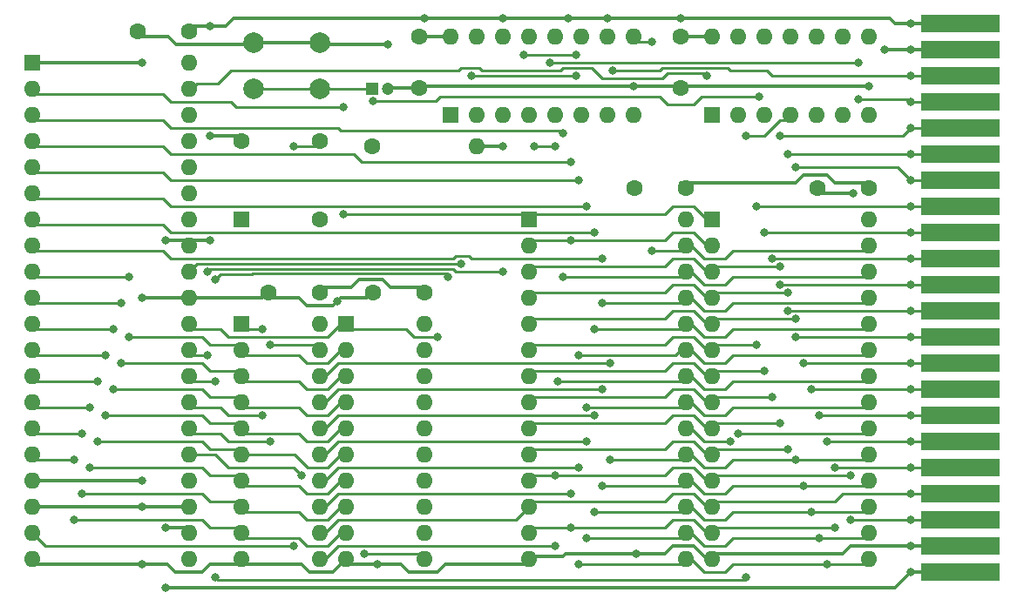
<source format=gbr>
G04 #@! TF.GenerationSoftware,KiCad,Pcbnew,(5.1.8)-1*
G04 #@! TF.CreationDate,2024-04-11T16:50:12-06:00*
G04 #@! TF.ProjectId,Simple_8088,53696d70-6c65-45f3-9830-38382e6b6963,rev?*
G04 #@! TF.SameCoordinates,Original*
G04 #@! TF.FileFunction,Copper,L1,Top*
G04 #@! TF.FilePolarity,Positive*
%FSLAX46Y46*%
G04 Gerber Fmt 4.6, Leading zero omitted, Abs format (unit mm)*
G04 Created by KiCad (PCBNEW (5.1.8)-1) date 2024-04-11 16:50:12*
%MOMM*%
%LPD*%
G01*
G04 APERTURE LIST*
G04 #@! TA.AperFunction,ConnectorPad*
%ADD10R,7.620000X1.780000*%
G04 #@! TD*
G04 #@! TA.AperFunction,ComponentPad*
%ADD11O,1.600000X1.600000*%
G04 #@! TD*
G04 #@! TA.AperFunction,ComponentPad*
%ADD12C,1.600000*%
G04 #@! TD*
G04 #@! TA.AperFunction,ComponentPad*
%ADD13C,2.000000*%
G04 #@! TD*
G04 #@! TA.AperFunction,ComponentPad*
%ADD14C,1.200000*%
G04 #@! TD*
G04 #@! TA.AperFunction,ComponentPad*
%ADD15R,1.200000X1.200000*%
G04 #@! TD*
G04 #@! TA.AperFunction,ComponentPad*
%ADD16R,1.600000X1.600000*%
G04 #@! TD*
G04 #@! TA.AperFunction,ViaPad*
%ADD17C,0.800000*%
G04 #@! TD*
G04 #@! TA.AperFunction,Conductor*
%ADD18C,0.330200*%
G04 #@! TD*
G04 #@! TA.AperFunction,Conductor*
%ADD19C,0.250000*%
G04 #@! TD*
G04 APERTURE END LIST*
D10*
G04 #@! TO.P,J1,44*
G04 #@! TO.N,/5+*
X194310000Y-85090000D03*
G04 #@! TO.P,J1,43*
G04 #@! TO.N,/GND*
X194310000Y-87630000D03*
G04 #@! TO.P,J1,42*
G04 #@! TO.N,/IORD*
X194310000Y-90170000D03*
G04 #@! TO.P,J1,41*
G04 #@! TO.N,/IOWR*
X194310000Y-92710000D03*
G04 #@! TO.P,J1,26*
G04 #@! TO.N,/D1*
X194310000Y-130810000D03*
G04 #@! TO.P,J1,27*
G04 #@! TO.N,/D2*
X194310000Y-128270000D03*
G04 #@! TO.P,J1,28*
G04 #@! TO.N,/D3*
X194310000Y-125730000D03*
G04 #@! TO.P,J1,29*
G04 #@! TO.N,/D4*
X194310000Y-123190000D03*
G04 #@! TO.P,J1,30*
G04 #@! TO.N,/D5*
X194310000Y-120650000D03*
G04 #@! TO.P,J1,31*
G04 #@! TO.N,/D6*
X194310000Y-118110000D03*
G04 #@! TO.P,J1,32*
G04 #@! TO.N,/D7*
X194310000Y-115570000D03*
G04 #@! TO.P,J1,33*
G04 #@! TO.N,/A0*
X194310000Y-113030000D03*
G04 #@! TO.P,J1,34*
G04 #@! TO.N,/A1*
X194310000Y-110490000D03*
G04 #@! TO.P,J1,35*
G04 #@! TO.N,/A2*
X194310000Y-107950000D03*
G04 #@! TO.P,J1,36*
G04 #@! TO.N,/A3*
X194310000Y-105410000D03*
G04 #@! TO.P,J1,37*
G04 #@! TO.N,/A4*
X194310000Y-102870000D03*
G04 #@! TO.P,J1,38*
G04 #@! TO.N,/A5*
X194310000Y-100330000D03*
G04 #@! TO.P,J1,39*
G04 #@! TO.N,/A6*
X194310000Y-97790000D03*
G04 #@! TO.P,J1,40*
G04 #@! TO.N,/A7*
X194310000Y-95250000D03*
G04 #@! TO.P,J1,25*
G04 #@! TO.N,/D0*
X194310000Y-133350000D03*
G04 #@! TO.P,J1,24*
G04 #@! TO.N,/GND*
X194310000Y-135890000D03*
G04 #@! TO.P,J1,23*
G04 #@! TO.N,/5+*
X194310000Y-138430000D03*
G04 #@! TD*
D11*
G04 #@! TO.P,R1,2*
G04 #@! TO.N,/5+*
X147320000Y-97028000D03*
D12*
G04 #@! TO.P,R1,1*
G04 #@! TO.N,/RESET*
X137160000Y-97028000D03*
G04 #@! TD*
D13*
G04 #@! TO.P,SW1,1*
G04 #@! TO.N,/GND*
X132080000Y-86940000D03*
G04 #@! TO.P,SW1,2*
G04 #@! TO.N,/RESET*
X132080000Y-91440000D03*
G04 #@! TO.P,SW1,1*
G04 #@! TO.N,/GND*
X125580000Y-86940000D03*
G04 #@! TO.P,SW1,2*
G04 #@! TO.N,/RESET*
X125580000Y-91440000D03*
G04 #@! TD*
D14*
G04 #@! TO.P,C8,2*
G04 #@! TO.N,/GND*
X138660000Y-91440000D03*
D15*
G04 #@! TO.P,C8,1*
G04 #@! TO.N,/RESET*
X137160000Y-91440000D03*
G04 #@! TD*
D12*
G04 #@! TO.P,C2,2*
G04 #@! TO.N,/5+*
X141732000Y-86360000D03*
G04 #@! TO.P,C2,1*
G04 #@! TO.N,/GND*
X141732000Y-91360000D03*
G04 #@! TD*
G04 #@! TO.P,X1,4*
G04 #@! TO.N,/GND*
X132080000Y-104140000D03*
G04 #@! TO.P,X1,5*
G04 #@! TO.N,/CLK*
X132080000Y-96520000D03*
G04 #@! TO.P,X1,8*
G04 #@! TO.N,/5+*
X124460000Y-96520000D03*
D16*
G04 #@! TO.P,X1,1*
G04 #@! TO.N,Net-(X1-Pad1)*
X124460000Y-104140000D03*
G04 #@! TD*
D11*
G04 #@! TO.P,U5,14*
G04 #@! TO.N,/5+*
X170180000Y-86360000D03*
G04 #@! TO.P,U5,7*
G04 #@! TO.N,/GND*
X185420000Y-93980000D03*
G04 #@! TO.P,U5,13*
G04 #@! TO.N,N/C*
X172720000Y-86360000D03*
G04 #@! TO.P,U5,6*
X182880000Y-93980000D03*
G04 #@! TO.P,U5,12*
X175260000Y-86360000D03*
G04 #@! TO.P,U5,5*
X180340000Y-93980000D03*
G04 #@! TO.P,U5,11*
X177800000Y-86360000D03*
G04 #@! TO.P,U5,4*
G04 #@! TO.N,/RESET_*
X177800000Y-93980000D03*
G04 #@! TO.P,U5,10*
G04 #@! TO.N,N/C*
X180340000Y-86360000D03*
G04 #@! TO.P,U5,3*
G04 #@! TO.N,/RESET*
X175260000Y-93980000D03*
G04 #@! TO.P,U5,9*
G04 #@! TO.N,N/C*
X182880000Y-86360000D03*
G04 #@! TO.P,U5,2*
G04 #@! TO.N,/A15_*
X172720000Y-93980000D03*
G04 #@! TO.P,U5,8*
G04 #@! TO.N,N/C*
X185420000Y-86360000D03*
D16*
G04 #@! TO.P,U5,1*
G04 #@! TO.N,/A15*
X170180000Y-93980000D03*
G04 #@! TD*
D11*
G04 #@! TO.P,U7,28*
G04 #@! TO.N,/5+*
X185420000Y-104140000D03*
G04 #@! TO.P,U7,14*
G04 #@! TO.N,/GND*
X170180000Y-137160000D03*
G04 #@! TO.P,U7,27*
G04 #@! TO.N,/MWR*
X185420000Y-106680000D03*
G04 #@! TO.P,U7,13*
G04 #@! TO.N,/D2*
X170180000Y-134620000D03*
G04 #@! TO.P,U7,26*
G04 #@! TO.N,/A13*
X185420000Y-109220000D03*
G04 #@! TO.P,U7,12*
G04 #@! TO.N,/D1*
X170180000Y-132080000D03*
G04 #@! TO.P,U7,25*
G04 #@! TO.N,/A8*
X185420000Y-111760000D03*
G04 #@! TO.P,U7,11*
G04 #@! TO.N,/D0*
X170180000Y-129540000D03*
G04 #@! TO.P,U7,24*
G04 #@! TO.N,/A9*
X185420000Y-114300000D03*
G04 #@! TO.P,U7,10*
G04 #@! TO.N,/A0*
X170180000Y-127000000D03*
G04 #@! TO.P,U7,23*
G04 #@! TO.N,/A11*
X185420000Y-116840000D03*
G04 #@! TO.P,U7,9*
G04 #@! TO.N,/A1*
X170180000Y-124460000D03*
G04 #@! TO.P,U7,22*
G04 #@! TO.N,/MRD*
X185420000Y-119380000D03*
G04 #@! TO.P,U7,8*
G04 #@! TO.N,/A2*
X170180000Y-121920000D03*
G04 #@! TO.P,U7,21*
G04 #@! TO.N,/A10*
X185420000Y-121920000D03*
G04 #@! TO.P,U7,7*
G04 #@! TO.N,/A3*
X170180000Y-119380000D03*
G04 #@! TO.P,U7,20*
G04 #@! TO.N,/A15_*
X185420000Y-124460000D03*
G04 #@! TO.P,U7,6*
G04 #@! TO.N,/A4*
X170180000Y-116840000D03*
G04 #@! TO.P,U7,19*
G04 #@! TO.N,/D7*
X185420000Y-127000000D03*
G04 #@! TO.P,U7,5*
G04 #@! TO.N,/A5*
X170180000Y-114300000D03*
G04 #@! TO.P,U7,18*
G04 #@! TO.N,/D6*
X185420000Y-129540000D03*
G04 #@! TO.P,U7,4*
G04 #@! TO.N,/A6*
X170180000Y-111760000D03*
G04 #@! TO.P,U7,17*
G04 #@! TO.N,/D5*
X185420000Y-132080000D03*
G04 #@! TO.P,U7,3*
G04 #@! TO.N,/A7*
X170180000Y-109220000D03*
G04 #@! TO.P,U7,16*
G04 #@! TO.N,/D4*
X185420000Y-134620000D03*
G04 #@! TO.P,U7,2*
G04 #@! TO.N,/A12*
X170180000Y-106680000D03*
G04 #@! TO.P,U7,15*
G04 #@! TO.N,/D3*
X185420000Y-137160000D03*
D16*
G04 #@! TO.P,U7,1*
G04 #@! TO.N,/A14*
X170180000Y-104140000D03*
G04 #@! TD*
D11*
G04 #@! TO.P,U6,28*
G04 #@! TO.N,/5+*
X167640000Y-104140000D03*
G04 #@! TO.P,U6,14*
G04 #@! TO.N,/GND*
X152400000Y-137160000D03*
G04 #@! TO.P,U6,27*
G04 #@! TO.N,/MWR*
X167640000Y-106680000D03*
G04 #@! TO.P,U6,13*
G04 #@! TO.N,/D2*
X152400000Y-134620000D03*
G04 #@! TO.P,U6,26*
G04 #@! TO.N,/A13*
X167640000Y-109220000D03*
G04 #@! TO.P,U6,12*
G04 #@! TO.N,/D1*
X152400000Y-132080000D03*
G04 #@! TO.P,U6,25*
G04 #@! TO.N,/A8*
X167640000Y-111760000D03*
G04 #@! TO.P,U6,11*
G04 #@! TO.N,/D0*
X152400000Y-129540000D03*
G04 #@! TO.P,U6,24*
G04 #@! TO.N,/A9*
X167640000Y-114300000D03*
G04 #@! TO.P,U6,10*
G04 #@! TO.N,/A0*
X152400000Y-127000000D03*
G04 #@! TO.P,U6,23*
G04 #@! TO.N,/A11*
X167640000Y-116840000D03*
G04 #@! TO.P,U6,9*
G04 #@! TO.N,/A1*
X152400000Y-124460000D03*
G04 #@! TO.P,U6,22*
G04 #@! TO.N,/MRD*
X167640000Y-119380000D03*
G04 #@! TO.P,U6,8*
G04 #@! TO.N,/A2*
X152400000Y-121920000D03*
G04 #@! TO.P,U6,21*
G04 #@! TO.N,/A10*
X167640000Y-121920000D03*
G04 #@! TO.P,U6,7*
G04 #@! TO.N,/A3*
X152400000Y-119380000D03*
G04 #@! TO.P,U6,20*
G04 #@! TO.N,/A15*
X167640000Y-124460000D03*
G04 #@! TO.P,U6,6*
G04 #@! TO.N,/A4*
X152400000Y-116840000D03*
G04 #@! TO.P,U6,19*
G04 #@! TO.N,/D7*
X167640000Y-127000000D03*
G04 #@! TO.P,U6,5*
G04 #@! TO.N,/A5*
X152400000Y-114300000D03*
G04 #@! TO.P,U6,18*
G04 #@! TO.N,/D6*
X167640000Y-129540000D03*
G04 #@! TO.P,U6,4*
G04 #@! TO.N,/A6*
X152400000Y-111760000D03*
G04 #@! TO.P,U6,17*
G04 #@! TO.N,/D5*
X167640000Y-132080000D03*
G04 #@! TO.P,U6,3*
G04 #@! TO.N,/A7*
X152400000Y-109220000D03*
G04 #@! TO.P,U6,16*
G04 #@! TO.N,/D4*
X167640000Y-134620000D03*
G04 #@! TO.P,U6,2*
G04 #@! TO.N,/A12*
X152400000Y-106680000D03*
G04 #@! TO.P,U6,15*
G04 #@! TO.N,/D3*
X167640000Y-137160000D03*
D16*
G04 #@! TO.P,U6,1*
G04 #@! TO.N,/A14*
X152400000Y-104140000D03*
G04 #@! TD*
D11*
G04 #@! TO.P,U4,20*
G04 #@! TO.N,/5+*
X132080000Y-114300000D03*
G04 #@! TO.P,U4,10*
G04 #@! TO.N,/GND*
X124460000Y-137160000D03*
G04 #@! TO.P,U4,19*
G04 #@! TO.N,/DEN*
X132080000Y-116840000D03*
G04 #@! TO.P,U4,9*
G04 #@! TO.N,/AD0*
X124460000Y-134620000D03*
G04 #@! TO.P,U4,18*
G04 #@! TO.N,/D7*
X132080000Y-119380000D03*
G04 #@! TO.P,U4,8*
G04 #@! TO.N,/AD1*
X124460000Y-132080000D03*
G04 #@! TO.P,U4,17*
G04 #@! TO.N,/D6*
X132080000Y-121920000D03*
G04 #@! TO.P,U4,7*
G04 #@! TO.N,/AD2*
X124460000Y-129540000D03*
G04 #@! TO.P,U4,16*
G04 #@! TO.N,/D5*
X132080000Y-124460000D03*
G04 #@! TO.P,U4,6*
G04 #@! TO.N,/AD3*
X124460000Y-127000000D03*
G04 #@! TO.P,U4,15*
G04 #@! TO.N,/D4*
X132080000Y-127000000D03*
G04 #@! TO.P,U4,5*
G04 #@! TO.N,/AD4*
X124460000Y-124460000D03*
G04 #@! TO.P,U4,14*
G04 #@! TO.N,/D3*
X132080000Y-129540000D03*
G04 #@! TO.P,U4,4*
G04 #@! TO.N,/AD5*
X124460000Y-121920000D03*
G04 #@! TO.P,U4,13*
G04 #@! TO.N,/D2*
X132080000Y-132080000D03*
G04 #@! TO.P,U4,3*
G04 #@! TO.N,/AD6*
X124460000Y-119380000D03*
G04 #@! TO.P,U4,12*
G04 #@! TO.N,/D1*
X132080000Y-134620000D03*
G04 #@! TO.P,U4,2*
G04 #@! TO.N,/AD7*
X124460000Y-116840000D03*
G04 #@! TO.P,U4,11*
G04 #@! TO.N,/D0*
X132080000Y-137160000D03*
D16*
G04 #@! TO.P,U4,1*
G04 #@! TO.N,/DTR*
X124460000Y-114300000D03*
G04 #@! TD*
D11*
G04 #@! TO.P,U3,20*
G04 #@! TO.N,/5+*
X142240000Y-114300000D03*
G04 #@! TO.P,U3,10*
G04 #@! TO.N,/GND*
X134620000Y-137160000D03*
G04 #@! TO.P,U3,19*
G04 #@! TO.N,/A7*
X142240000Y-116840000D03*
G04 #@! TO.P,U3,9*
G04 #@! TO.N,/AD0*
X134620000Y-134620000D03*
G04 #@! TO.P,U3,18*
G04 #@! TO.N,/A6*
X142240000Y-119380000D03*
G04 #@! TO.P,U3,8*
G04 #@! TO.N,/AD1*
X134620000Y-132080000D03*
G04 #@! TO.P,U3,17*
G04 #@! TO.N,/A5*
X142240000Y-121920000D03*
G04 #@! TO.P,U3,7*
G04 #@! TO.N,/AD2*
X134620000Y-129540000D03*
G04 #@! TO.P,U3,16*
G04 #@! TO.N,/A4*
X142240000Y-124460000D03*
G04 #@! TO.P,U3,6*
G04 #@! TO.N,/AD3*
X134620000Y-127000000D03*
G04 #@! TO.P,U3,15*
G04 #@! TO.N,/A3*
X142240000Y-127000000D03*
G04 #@! TO.P,U3,5*
G04 #@! TO.N,/AD4*
X134620000Y-124460000D03*
G04 #@! TO.P,U3,14*
G04 #@! TO.N,/A2*
X142240000Y-129540000D03*
G04 #@! TO.P,U3,4*
G04 #@! TO.N,/AD5*
X134620000Y-121920000D03*
G04 #@! TO.P,U3,13*
G04 #@! TO.N,/A1*
X142240000Y-132080000D03*
G04 #@! TO.P,U3,3*
G04 #@! TO.N,/AD6*
X134620000Y-119380000D03*
G04 #@! TO.P,U3,12*
G04 #@! TO.N,/A0*
X142240000Y-134620000D03*
G04 #@! TO.P,U3,2*
G04 #@! TO.N,/AD7*
X134620000Y-116840000D03*
G04 #@! TO.P,U3,11*
G04 #@! TO.N,/ALE*
X142240000Y-137160000D03*
D16*
G04 #@! TO.P,U3,1*
G04 #@! TO.N,/HOLDA*
X134620000Y-114300000D03*
G04 #@! TD*
D11*
G04 #@! TO.P,U2,16*
G04 #@! TO.N,/5+*
X144780000Y-86360000D03*
G04 #@! TO.P,U2,8*
G04 #@! TO.N,/GND*
X162560000Y-93980000D03*
G04 #@! TO.P,U2,15*
G04 #@! TO.N,/HOLDA*
X147320000Y-86360000D03*
G04 #@! TO.P,U2,7*
G04 #@! TO.N,/IORD*
X160020000Y-93980000D03*
G04 #@! TO.P,U2,14*
G04 #@! TO.N,/5+*
X149860000Y-86360000D03*
G04 #@! TO.P,U2,6*
G04 #@! TO.N,/RD*
X157480000Y-93980000D03*
G04 #@! TO.P,U2,13*
G04 #@! TO.N,/WR*
X152400000Y-86360000D03*
G04 #@! TO.P,U2,5*
G04 #@! TO.N,/5+*
X154940000Y-93980000D03*
G04 #@! TO.P,U2,12*
G04 #@! TO.N,/IOWR*
X154940000Y-86360000D03*
G04 #@! TO.P,U2,4*
G04 #@! TO.N,/MRD*
X152400000Y-93980000D03*
G04 #@! TO.P,U2,11*
G04 #@! TO.N,/WR*
X157480000Y-86360000D03*
G04 #@! TO.P,U2,3*
G04 #@! TO.N,/5+*
X149860000Y-93980000D03*
G04 #@! TO.P,U2,10*
X160020000Y-86360000D03*
G04 #@! TO.P,U2,2*
G04 #@! TO.N,/RD*
X147320000Y-93980000D03*
G04 #@! TO.P,U2,9*
G04 #@! TO.N,/MWR*
X162560000Y-86360000D03*
D16*
G04 #@! TO.P,U2,1*
G04 #@! TO.N,/IO_M*
X144780000Y-93980000D03*
G04 #@! TD*
D11*
G04 #@! TO.P,U1,40*
G04 #@! TO.N,/5+*
X119380000Y-88900000D03*
G04 #@! TO.P,U1,20*
G04 #@! TO.N,/GND*
X104140000Y-137160000D03*
G04 #@! TO.P,U1,39*
G04 #@! TO.N,/A15*
X119380000Y-91440000D03*
G04 #@! TO.P,U1,19*
G04 #@! TO.N,/CLK*
X104140000Y-134620000D03*
G04 #@! TO.P,U1,38*
G04 #@! TO.N,Net-(U1-Pad38)*
X119380000Y-93980000D03*
G04 #@! TO.P,U1,18*
G04 #@! TO.N,/GND*
X104140000Y-132080000D03*
G04 #@! TO.P,U1,37*
G04 #@! TO.N,Net-(U1-Pad37)*
X119380000Y-96520000D03*
G04 #@! TO.P,U1,17*
G04 #@! TO.N,/GND*
X104140000Y-129540000D03*
G04 #@! TO.P,U1,36*
G04 #@! TO.N,Net-(U1-Pad36)*
X119380000Y-99060000D03*
G04 #@! TO.P,U1,16*
G04 #@! TO.N,/AD0*
X104140000Y-127000000D03*
G04 #@! TO.P,U1,35*
G04 #@! TO.N,Net-(U1-Pad35)*
X119380000Y-101600000D03*
G04 #@! TO.P,U1,15*
G04 #@! TO.N,/AD1*
X104140000Y-124460000D03*
G04 #@! TO.P,U1,34*
G04 #@! TO.N,Net-(U1-Pad34)*
X119380000Y-104140000D03*
G04 #@! TO.P,U1,14*
G04 #@! TO.N,/AD2*
X104140000Y-121920000D03*
G04 #@! TO.P,U1,33*
G04 #@! TO.N,/5+*
X119380000Y-106680000D03*
G04 #@! TO.P,U1,13*
G04 #@! TO.N,/AD3*
X104140000Y-119380000D03*
G04 #@! TO.P,U1,32*
G04 #@! TO.N,/RD*
X119380000Y-109220000D03*
G04 #@! TO.P,U1,12*
G04 #@! TO.N,/AD4*
X104140000Y-116840000D03*
G04 #@! TO.P,U1,31*
G04 #@! TO.N,/GND*
X119380000Y-111760000D03*
G04 #@! TO.P,U1,11*
G04 #@! TO.N,/AD5*
X104140000Y-114300000D03*
G04 #@! TO.P,U1,30*
G04 #@! TO.N,/HOLDA*
X119380000Y-114300000D03*
G04 #@! TO.P,U1,10*
G04 #@! TO.N,/AD6*
X104140000Y-111760000D03*
G04 #@! TO.P,U1,29*
G04 #@! TO.N,/WR*
X119380000Y-116840000D03*
G04 #@! TO.P,U1,9*
G04 #@! TO.N,/AD7*
X104140000Y-109220000D03*
G04 #@! TO.P,U1,28*
G04 #@! TO.N,/IO_M*
X119380000Y-119380000D03*
G04 #@! TO.P,U1,8*
G04 #@! TO.N,/A8*
X104140000Y-106680000D03*
G04 #@! TO.P,U1,27*
G04 #@! TO.N,/DTR*
X119380000Y-121920000D03*
G04 #@! TO.P,U1,7*
G04 #@! TO.N,/A9*
X104140000Y-104140000D03*
G04 #@! TO.P,U1,26*
G04 #@! TO.N,/DEN*
X119380000Y-124460000D03*
G04 #@! TO.P,U1,6*
G04 #@! TO.N,/A10*
X104140000Y-101600000D03*
G04 #@! TO.P,U1,25*
G04 #@! TO.N,/ALE*
X119380000Y-127000000D03*
G04 #@! TO.P,U1,5*
G04 #@! TO.N,/A11*
X104140000Y-99060000D03*
G04 #@! TO.P,U1,24*
G04 #@! TO.N,Net-(U1-Pad24)*
X119380000Y-129540000D03*
G04 #@! TO.P,U1,4*
G04 #@! TO.N,/A12*
X104140000Y-96520000D03*
G04 #@! TO.P,U1,23*
G04 #@! TO.N,/GND*
X119380000Y-132080000D03*
G04 #@! TO.P,U1,3*
G04 #@! TO.N,/A13*
X104140000Y-93980000D03*
G04 #@! TO.P,U1,22*
G04 #@! TO.N,/5+*
X119380000Y-134620000D03*
G04 #@! TO.P,U1,2*
G04 #@! TO.N,/A14*
X104140000Y-91440000D03*
G04 #@! TO.P,U1,21*
G04 #@! TO.N,/RESET_*
X119380000Y-137160000D03*
D16*
G04 #@! TO.P,U1,1*
G04 #@! TO.N,/GND*
X104140000Y-88900000D03*
G04 #@! TD*
D12*
G04 #@! TO.P,C7,2*
G04 #@! TO.N,/5+*
X185420000Y-101092000D03*
G04 #@! TO.P,C7,1*
G04 #@! TO.N,/GND*
X180420000Y-101092000D03*
G04 #@! TD*
G04 #@! TO.P,C6,2*
G04 #@! TO.N,/5+*
X167640000Y-101092000D03*
G04 #@! TO.P,C6,1*
G04 #@! TO.N,/GND*
X162640000Y-101092000D03*
G04 #@! TD*
G04 #@! TO.P,C5,2*
G04 #@! TO.N,/5+*
X167132000Y-86360000D03*
G04 #@! TO.P,C5,1*
G04 #@! TO.N,/GND*
X167132000Y-91360000D03*
G04 #@! TD*
G04 #@! TO.P,C4,2*
G04 #@! TO.N,/5+*
X132080000Y-111252000D03*
G04 #@! TO.P,C4,1*
G04 #@! TO.N,/GND*
X127080000Y-111252000D03*
G04 #@! TD*
G04 #@! TO.P,C3,2*
G04 #@! TO.N,/5+*
X142240000Y-111252000D03*
G04 #@! TO.P,C3,1*
G04 #@! TO.N,/GND*
X137240000Y-111252000D03*
G04 #@! TD*
G04 #@! TO.P,C1,2*
G04 #@! TO.N,/5+*
X119380000Y-85852000D03*
G04 #@! TO.P,C1,1*
G04 #@! TO.N,/GND*
X114380000Y-85852000D03*
G04 #@! TD*
D17*
G04 #@! TO.N,/5+*
X189484000Y-85090000D03*
X167132000Y-84582000D03*
X160020000Y-84582000D03*
X149860000Y-84582000D03*
X142240000Y-84582000D03*
X156210000Y-84582000D03*
X121412000Y-85344000D03*
X121412000Y-106172000D03*
X121412000Y-96012000D03*
X117094000Y-106172000D03*
X117094000Y-134112000D03*
X149860000Y-97028000D03*
X117094000Y-139954000D03*
X189484000Y-138430000D03*
G04 #@! TO.N,/GND*
X137668000Y-137668000D03*
X114808000Y-137668000D03*
X114808000Y-88900000D03*
X114808000Y-129540000D03*
X114808000Y-132080000D03*
X114808000Y-111760000D03*
X189484000Y-87630000D03*
X162560000Y-91186000D03*
X185420000Y-91186000D03*
X186944000Y-87630002D03*
X183896000Y-101600000D03*
X162814000Y-136652000D03*
X189484000Y-135890000D03*
X138684000Y-87122000D03*
X133731000Y-112141000D03*
G04 #@! TO.N,/A15*
X169672000Y-90170000D03*
X171958000Y-125730000D03*
G04 #@! TO.N,/CLK*
X129540000Y-135889992D03*
X129540000Y-97028000D03*
G04 #@! TO.N,/AD0*
X108204000Y-127508000D03*
X108204000Y-133350000D03*
G04 #@! TO.N,/AD1*
X108966000Y-124968000D03*
X108966000Y-130810000D03*
G04 #@! TO.N,/AD2*
X109728000Y-122428000D03*
X109728000Y-128270000D03*
G04 #@! TO.N,/AD3*
X110490000Y-119888000D03*
X110490000Y-125730000D03*
G04 #@! TO.N,/RD*
X145796000Y-108458000D03*
X146812000Y-90170000D03*
X156972000Y-90170000D03*
G04 #@! TO.N,/AD4*
X111252000Y-117348000D03*
X111252000Y-123190000D03*
G04 #@! TO.N,/AD5*
X112014000Y-114808000D03*
X112014000Y-120650000D03*
G04 #@! TO.N,/HOLDA*
X143510000Y-115570000D03*
G04 #@! TO.N,/AD6*
X112776000Y-112268000D03*
X112776000Y-118110000D03*
G04 #@! TO.N,/WR*
X121158000Y-117348000D03*
X121158000Y-109220000D03*
X149860000Y-109220000D03*
X156972000Y-88138000D03*
X151892000Y-88138000D03*
G04 #@! TO.N,/AD7*
X113538000Y-109728000D03*
X113538000Y-115570000D03*
G04 #@! TO.N,/IO_M*
X121920000Y-119888000D03*
X121920000Y-109982000D03*
X144526000Y-109728000D03*
G04 #@! TO.N,/A8*
X159512000Y-107950000D03*
X159512000Y-112268000D03*
G04 #@! TO.N,/DTR*
X126492000Y-123190000D03*
X126492000Y-114808000D03*
G04 #@! TO.N,/A9*
X158750000Y-105410000D03*
X158750000Y-114808000D03*
G04 #@! TO.N,/DEN*
X127254000Y-116332000D03*
X127254000Y-125730000D03*
G04 #@! TO.N,/A10*
X157988000Y-102870000D03*
X157988000Y-122428000D03*
G04 #@! TO.N,/ALE*
X136398000Y-136652000D03*
X130302000Y-129032000D03*
G04 #@! TO.N,/A11*
X157226000Y-100330000D03*
X157226000Y-117348000D03*
G04 #@! TO.N,/A12*
X156464000Y-106172000D03*
X156464000Y-98552000D03*
G04 #@! TO.N,/A13*
X155702000Y-109728000D03*
X155702000Y-95758000D03*
G04 #@! TO.N,/A14*
X134366000Y-103632000D03*
X134366000Y-93218000D03*
G04 #@! TO.N,/RESET_*
X173482000Y-96012000D03*
X173482000Y-138938000D03*
X121920000Y-138938000D03*
G04 #@! TO.N,/IORD*
X189484000Y-90170000D03*
X160528000Y-89662000D03*
G04 #@! TO.N,/IOWR*
X189484000Y-92710000D03*
X154432000Y-88900000D03*
X184404000Y-88900000D03*
X184404000Y-92456000D03*
G04 #@! TO.N,/MRD*
X155194000Y-119888000D03*
X152908000Y-97028000D03*
X154940000Y-97028000D03*
G04 #@! TO.N,/MWR*
X164338000Y-107188000D03*
X164338000Y-86868000D03*
G04 #@! TO.N,/A7*
X189484000Y-95250000D03*
X176784000Y-108712000D03*
X176784000Y-96012000D03*
G04 #@! TO.N,/A6*
X189484000Y-97790000D03*
X177546000Y-111252000D03*
X177546000Y-97790000D03*
G04 #@! TO.N,/A5*
X189484000Y-100330000D03*
X178308000Y-113792000D03*
X178308000Y-99060000D03*
G04 #@! TO.N,/A4*
X174498000Y-102870000D03*
X174498000Y-116332000D03*
X189484000Y-102870000D03*
G04 #@! TO.N,/A3*
X175260000Y-105410000D03*
X175260000Y-118872000D03*
X189484000Y-105410000D03*
G04 #@! TO.N,/A2*
X176022000Y-107950000D03*
X176022000Y-121412000D03*
X189484000Y-107950000D03*
G04 #@! TO.N,/A1*
X176784000Y-110490000D03*
X176784000Y-123952000D03*
X189484000Y-110490000D03*
G04 #@! TO.N,/A0*
X177546000Y-113030000D03*
X177546000Y-126492000D03*
X189484000Y-113030000D03*
G04 #@! TO.N,/D7*
X160274000Y-118110000D03*
X160274000Y-127508000D03*
X178308000Y-115570000D03*
X178308000Y-127508000D03*
X189484000Y-115570000D03*
G04 #@! TO.N,/D6*
X159512000Y-130048000D03*
X159512000Y-120650000D03*
X179070000Y-118110000D03*
X179070000Y-130048000D03*
X189484000Y-118110000D03*
G04 #@! TO.N,/D5*
X158750000Y-132588000D03*
X158750000Y-123190000D03*
X179832000Y-120650000D03*
X179832000Y-132588000D03*
X189484000Y-120650000D03*
G04 #@! TO.N,/D4*
X157988000Y-135128000D03*
X157988000Y-125730000D03*
X180594000Y-123190000D03*
X180594000Y-135128000D03*
X189484000Y-123190000D03*
G04 #@! TO.N,/D3*
X157226000Y-137668000D03*
X157226000Y-128270000D03*
X181356000Y-125730000D03*
X181356000Y-137668000D03*
X189484000Y-125730000D03*
G04 #@! TO.N,/D2*
X156464000Y-130810000D03*
X156464000Y-134112000D03*
X182118000Y-128270000D03*
X182118000Y-134112000D03*
X189484000Y-128270000D03*
G04 #@! TO.N,/D1*
X189484000Y-130810000D03*
G04 #@! TO.N,/D0*
X154940000Y-135890000D03*
X154940000Y-129032000D03*
X183642000Y-133350000D03*
X183642000Y-129032000D03*
X189484000Y-133350000D03*
G04 #@! TO.N,/RESET*
X137184000Y-92686000D03*
X174752000Y-92202000D03*
G04 #@! TO.N,/A15_*
X172720000Y-124968000D03*
G04 #@! TD*
D18*
G04 #@! TO.N,/5+*
X141732000Y-110744000D02*
X142240000Y-111252000D01*
X138938000Y-110744000D02*
X141732000Y-110744000D01*
X138176000Y-109982000D02*
X138938000Y-110744000D01*
X135890000Y-109982000D02*
X138176000Y-109982000D01*
X135128000Y-110744000D02*
X135890000Y-109982000D01*
X132588000Y-110744000D02*
X135128000Y-110744000D01*
X132080000Y-111252000D02*
X132588000Y-110744000D01*
X189484000Y-85090000D02*
X194310000Y-85090000D01*
X167132000Y-100584000D02*
X167640000Y-101092000D01*
X178308000Y-100584000D02*
X168148000Y-100584000D01*
X179070000Y-99822000D02*
X178308000Y-100584000D01*
X181356000Y-99822000D02*
X179070000Y-99822000D01*
X182118000Y-100584000D02*
X181356000Y-99822000D01*
X184912000Y-100584000D02*
X182118000Y-100584000D01*
X168148000Y-100584000D02*
X167640000Y-101092000D01*
X185420000Y-101092000D02*
X184912000Y-100584000D01*
X170180000Y-86360000D02*
X167132000Y-86360000D01*
X144780000Y-86360000D02*
X141732000Y-86360000D01*
X119380000Y-85852000D02*
X119888000Y-85344000D01*
X119888000Y-85344000D02*
X121412000Y-85344000D01*
X189484000Y-85090000D02*
X187960000Y-85090000D01*
X187960000Y-85090000D02*
X187452000Y-84582000D01*
X187452000Y-84582000D02*
X123698000Y-84582000D01*
X122936000Y-85344000D02*
X123698000Y-84582000D01*
X121412000Y-85344000D02*
X122936000Y-85344000D01*
X123952000Y-96012000D02*
X124460000Y-96520000D01*
X121412000Y-96012000D02*
X123952000Y-96012000D01*
X119888000Y-106172000D02*
X119380000Y-106680000D01*
X121412000Y-106172000D02*
X119888000Y-106172000D01*
X119380000Y-106680000D02*
X118872000Y-106172000D01*
X118872000Y-106172000D02*
X117094000Y-106172000D01*
X118872000Y-134112000D02*
X119380000Y-134620000D01*
X117094000Y-134112000D02*
X118872000Y-134112000D01*
X149860000Y-97028000D02*
X147320000Y-97028000D01*
X194310000Y-138430000D02*
X189484000Y-138430000D01*
X189484000Y-138430000D02*
X187960000Y-139954000D01*
X187960000Y-139954000D02*
X117094000Y-139954000D01*
G04 #@! TO.N,/GND*
X135128000Y-137668000D02*
X134620000Y-137160000D01*
X139954000Y-137668000D02*
X135128000Y-137668000D01*
X140716000Y-138430000D02*
X139954000Y-137668000D01*
X143510000Y-138430000D02*
X140716000Y-138430000D01*
X144272000Y-137668000D02*
X143510000Y-138430000D01*
X151892000Y-137668000D02*
X144272000Y-137668000D01*
X152400000Y-137160000D02*
X151892000Y-137668000D01*
X134620000Y-137160000D02*
X133350000Y-138430000D01*
X133350000Y-138430000D02*
X131064000Y-138430000D01*
X131064000Y-138430000D02*
X130302000Y-137668000D01*
X124968000Y-137668000D02*
X124460000Y-137160000D01*
X130302000Y-137668000D02*
X124968000Y-137668000D01*
X137240000Y-111252000D02*
X137160000Y-111252000D01*
X137160000Y-111252000D02*
X136652000Y-111760000D01*
X136652000Y-111760000D02*
X134112000Y-111760000D01*
X134112000Y-111760000D02*
X133731000Y-112141000D01*
X133350000Y-112522000D02*
X130810000Y-112522000D01*
X130810000Y-112522000D02*
X130048000Y-111760000D01*
X127588000Y-111760000D02*
X127080000Y-111252000D01*
X130048000Y-111760000D02*
X127588000Y-111760000D01*
X104648000Y-137668000D02*
X104140000Y-137160000D01*
X117983000Y-138430000D02*
X117221000Y-137668000D01*
X120650000Y-138430000D02*
X117983000Y-138430000D01*
X121412000Y-137668000D02*
X120650000Y-138430000D01*
X117221000Y-137668000D02*
X104648000Y-137668000D01*
X123952000Y-137668000D02*
X121412000Y-137668000D01*
X124460000Y-137160000D02*
X123952000Y-137668000D01*
X104140000Y-132080000D02*
X114808000Y-132080000D01*
X104140000Y-129540000D02*
X114808000Y-129540000D01*
X104140000Y-88900000D02*
X114808000Y-88900000D01*
X114808000Y-132080000D02*
X119380000Y-132080000D01*
X127080000Y-111252000D02*
X127000000Y-111252000D01*
X127000000Y-111252000D02*
X126492000Y-111760000D01*
X126492000Y-111760000D02*
X119380000Y-111760000D01*
X119380000Y-111760000D02*
X114808000Y-111760000D01*
X186944002Y-87630000D02*
X194310000Y-87630000D01*
X167132000Y-91360000D02*
X167212000Y-91360000D01*
X167212000Y-91360000D02*
X167386000Y-91186000D01*
X167386000Y-91186000D02*
X185420000Y-91186000D01*
X167132000Y-91360000D02*
X167052000Y-91360000D01*
X167052000Y-91360000D02*
X166878000Y-91186000D01*
X141906000Y-91186000D02*
X141732000Y-91360000D01*
X166878000Y-91186000D02*
X162560000Y-91186000D01*
X138764000Y-91360000D02*
X138684000Y-91440000D01*
X141732000Y-91360000D02*
X138764000Y-91360000D01*
X162560000Y-91186000D02*
X141906000Y-91186000D01*
X186944002Y-87630000D02*
X186944000Y-87630002D01*
X180928000Y-101600000D02*
X180420000Y-101092000D01*
X183896000Y-101600000D02*
X180928000Y-101600000D01*
X183642000Y-135890000D02*
X189484000Y-135890000D01*
X182880000Y-136652000D02*
X183642000Y-135890000D01*
X170688000Y-136652000D02*
X182880000Y-136652000D01*
X170180000Y-137160000D02*
X170688000Y-136652000D01*
X189484000Y-135890000D02*
X194310000Y-135890000D01*
X125580000Y-86940000D02*
X132080000Y-86940000D01*
X114380000Y-85852000D02*
X114380000Y-85932000D01*
X114380000Y-85932000D02*
X114808000Y-86360000D01*
X114808000Y-86360000D02*
X117348000Y-86360000D01*
X117348000Y-86360000D02*
X118110000Y-87122000D01*
X125398000Y-87122000D02*
X125580000Y-86940000D01*
X118110000Y-87122000D02*
X125398000Y-87122000D01*
X132262000Y-87122000D02*
X138684000Y-87122000D01*
X132080000Y-86940000D02*
X132262000Y-87122000D01*
X133731000Y-112141000D02*
X133350000Y-112522000D01*
X169672000Y-137160000D02*
X170180000Y-137160000D01*
X168402000Y-135890000D02*
X169672000Y-137160000D01*
X166370000Y-135890000D02*
X168402000Y-135890000D01*
X155956000Y-136652000D02*
X165608000Y-136652000D01*
X165608000Y-136652000D02*
X166370000Y-135890000D01*
X155702000Y-136906000D02*
X155956000Y-136652000D01*
X152654000Y-136906000D02*
X155702000Y-136906000D01*
X152400000Y-137160000D02*
X152654000Y-136906000D01*
D19*
G04 #@! TO.N,/A15*
X167640000Y-124460000D02*
X168148000Y-124460000D01*
X168148000Y-124460000D02*
X169418000Y-125730000D01*
X169418000Y-125730000D02*
X171958000Y-125730000D01*
X169418000Y-89916000D02*
X169672000Y-90170000D01*
X165862000Y-89916000D02*
X169418000Y-89916000D01*
X165354000Y-90424000D02*
X165862000Y-89916000D01*
X119380000Y-91440000D02*
X119634000Y-91440000D01*
X119634000Y-91440000D02*
X120142000Y-90932000D01*
X120142000Y-90932000D02*
X122174000Y-90932000D01*
X122174000Y-90932000D02*
X123444000Y-89662000D01*
X123444000Y-89662000D02*
X145542000Y-89662000D01*
X145542000Y-89662000D02*
X145796000Y-89408000D01*
X147574000Y-89408000D02*
X147828000Y-89662000D01*
X158496000Y-89408000D02*
X159512000Y-90424000D01*
X145796000Y-89408000D02*
X147574000Y-89408000D01*
X147828000Y-89662000D02*
X155448000Y-89662000D01*
X155448000Y-89662000D02*
X155702000Y-89408000D01*
X155702000Y-89408000D02*
X158496000Y-89408000D01*
X159512000Y-90424000D02*
X165354000Y-90424000D01*
G04 #@! TO.N,/CLK*
X104140000Y-134620000D02*
X105409992Y-135889992D01*
X105409992Y-135889992D02*
X129540000Y-135889992D01*
X131572000Y-97028000D02*
X132080000Y-96520000D01*
X129540000Y-97028000D02*
X131572000Y-97028000D01*
G04 #@! TO.N,/AD0*
X134112000Y-134620000D02*
X134620000Y-134620000D01*
X132842000Y-135890000D02*
X134112000Y-134620000D01*
X130810000Y-135890000D02*
X132842000Y-135890000D01*
X130048000Y-135128000D02*
X130810000Y-135890000D01*
X124968000Y-135128000D02*
X130048000Y-135128000D01*
X124460000Y-134620000D02*
X124968000Y-135128000D01*
X104140000Y-127000000D02*
X104648000Y-127508000D01*
X104648000Y-127508000D02*
X108204000Y-127508000D01*
X120650000Y-133350000D02*
X108204000Y-133350000D01*
X121412000Y-134112000D02*
X120650000Y-133350000D01*
X123952000Y-134112000D02*
X121412000Y-134112000D01*
X124460000Y-134620000D02*
X123952000Y-134112000D01*
G04 #@! TO.N,/AD1*
X123952000Y-131572000D02*
X121412000Y-131572000D01*
X124460000Y-132080000D02*
X123952000Y-131572000D01*
X121412000Y-131572000D02*
X120650000Y-130810000D01*
X134112000Y-132080000D02*
X134620000Y-132080000D01*
X130810000Y-133350000D02*
X132842000Y-133350000D01*
X130048000Y-132588000D02*
X130810000Y-133350000D01*
X124968000Y-132588000D02*
X130048000Y-132588000D01*
X132842000Y-133350000D02*
X134112000Y-132080000D01*
X124460000Y-132080000D02*
X124968000Y-132588000D01*
X104140000Y-124460000D02*
X104648000Y-124968000D01*
X104648000Y-124968000D02*
X108966000Y-124968000D01*
X120650000Y-130810000D02*
X108966000Y-130810000D01*
G04 #@! TO.N,/AD2*
X124460000Y-129540000D02*
X123952000Y-129032000D01*
X123952000Y-129032000D02*
X121412000Y-129032000D01*
X121412000Y-129032000D02*
X120650000Y-128270000D01*
X130048000Y-130048000D02*
X130810000Y-130810000D01*
X124968000Y-130048000D02*
X130048000Y-130048000D01*
X132842000Y-130810000D02*
X134112000Y-129540000D01*
X134112000Y-129540000D02*
X134620000Y-129540000D01*
X124460000Y-129540000D02*
X124968000Y-130048000D01*
X130810000Y-130810000D02*
X132842000Y-130810000D01*
X120650000Y-128270000D02*
X109728000Y-128270000D01*
X104140000Y-121920000D02*
X104648000Y-122428000D01*
X104648000Y-122428000D02*
X109728000Y-122428000D01*
G04 #@! TO.N,/AD3*
X124460000Y-127000000D02*
X123952000Y-126492000D01*
X121412000Y-126492000D02*
X120650000Y-125730000D01*
X123952000Y-126492000D02*
X121412000Y-126492000D01*
X120650000Y-125730000D02*
X110490000Y-125730000D01*
X104140000Y-119380000D02*
X104648000Y-119888000D01*
X104648000Y-119888000D02*
X110490000Y-119888000D01*
X124460000Y-127000000D02*
X129597004Y-127000000D01*
X132842000Y-128270000D02*
X134112000Y-127000000D01*
X130867004Y-128270000D02*
X132842000Y-128270000D01*
X129597004Y-127000000D02*
X130867004Y-128270000D01*
X134112000Y-127000000D02*
X134620000Y-127000000D01*
G04 #@! TO.N,/RD*
X120142000Y-108458000D02*
X145796000Y-108458000D01*
X119380000Y-109220000D02*
X120142000Y-108458000D01*
X146812000Y-90170000D02*
X156972000Y-90170000D01*
X156972000Y-90170000D02*
X156972000Y-90170000D01*
G04 #@! TO.N,/AD4*
X121412000Y-123952000D02*
X120650000Y-123190000D01*
X124460000Y-124460000D02*
X123952000Y-123952000D01*
X123952000Y-123952000D02*
X121412000Y-123952000D01*
X130810000Y-125730000D02*
X132842000Y-125730000D01*
X124460000Y-124460000D02*
X124968000Y-124968000D01*
X124968000Y-124968000D02*
X130048000Y-124968000D01*
X130048000Y-124968000D02*
X130810000Y-125730000D01*
X134112000Y-124460000D02*
X134620000Y-124460000D01*
X132842000Y-125730000D02*
X134112000Y-124460000D01*
X120650000Y-123190000D02*
X111252000Y-123190000D01*
X104648000Y-117348000D02*
X111252000Y-117348000D01*
X104140000Y-116840000D02*
X104648000Y-117348000D01*
G04 #@! TO.N,/AD5*
X123952000Y-121412000D02*
X121412000Y-121412000D01*
X124460000Y-121920000D02*
X123952000Y-121412000D01*
X121412000Y-121412000D02*
X120650000Y-120650000D01*
X124460000Y-121920000D02*
X124968000Y-122428000D01*
X130810000Y-123190000D02*
X132842000Y-123190000D01*
X134112000Y-121920000D02*
X134620000Y-121920000D01*
X130048000Y-122428000D02*
X130810000Y-123190000D01*
X124968000Y-122428000D02*
X130048000Y-122428000D01*
X132842000Y-123190000D02*
X134112000Y-121920000D01*
X120650000Y-120650000D02*
X112014000Y-120650000D01*
X104140000Y-114300000D02*
X104648000Y-114808000D01*
X104648000Y-114808000D02*
X112014000Y-114808000D01*
G04 #@! TO.N,/HOLDA*
X122428000Y-114808000D02*
X119888000Y-114808000D01*
X119888000Y-114808000D02*
X119380000Y-114300000D01*
X123190000Y-115570000D02*
X122428000Y-114808000D01*
X132842000Y-115570000D02*
X123190000Y-115570000D01*
X134112000Y-114300000D02*
X132842000Y-115570000D01*
X134620000Y-114300000D02*
X134112000Y-114300000D01*
X143510000Y-115570000D02*
X141224000Y-115570000D01*
X141224000Y-115570000D02*
X140462000Y-114808000D01*
X135128000Y-114808000D02*
X134620000Y-114300000D01*
X140462000Y-114808000D02*
X135128000Y-114808000D01*
G04 #@! TO.N,/AD6*
X121412000Y-118872000D02*
X120650000Y-118110000D01*
X123952000Y-118872000D02*
X121412000Y-118872000D01*
X124460000Y-119380000D02*
X123952000Y-118872000D01*
X130810000Y-120650000D02*
X132842000Y-120650000D01*
X134112000Y-119380000D02*
X134620000Y-119380000D01*
X132842000Y-120650000D02*
X134112000Y-119380000D01*
X130048000Y-119888000D02*
X130810000Y-120650000D01*
X124460000Y-119380000D02*
X124968000Y-119888000D01*
X124968000Y-119888000D02*
X130048000Y-119888000D01*
X120650000Y-118110000D02*
X112776000Y-118110000D01*
X104140000Y-111760000D02*
X104648000Y-112268000D01*
X104648000Y-112268000D02*
X112776000Y-112268000D01*
G04 #@! TO.N,/WR*
X119380000Y-116840000D02*
X119888000Y-117348000D01*
X119888000Y-117348000D02*
X121158000Y-117348000D01*
X145288000Y-109220000D02*
X149860000Y-109220000D01*
X145034000Y-108966000D02*
X145288000Y-109220000D01*
X121412000Y-108966000D02*
X145034000Y-108966000D01*
X121158000Y-109220000D02*
X121412000Y-108966000D01*
X151892000Y-88138000D02*
X156972000Y-88138000D01*
G04 #@! TO.N,/AD7*
X130810000Y-118110000D02*
X132842000Y-118110000D01*
X134112000Y-116840000D02*
X134620000Y-116840000D01*
X130048000Y-117348000D02*
X130810000Y-118110000D01*
X132842000Y-118110000D02*
X134112000Y-116840000D01*
X124460000Y-116840000D02*
X124968000Y-117348000D01*
X124968000Y-117348000D02*
X130048000Y-117348000D01*
X104140000Y-109220000D02*
X104648000Y-109728000D01*
X104648000Y-109728000D02*
X113538000Y-109728000D01*
X120650000Y-115570000D02*
X113538000Y-115570000D01*
X121412000Y-116332000D02*
X120650000Y-115570000D01*
X123952000Y-116332000D02*
X121412000Y-116332000D01*
X124460000Y-116840000D02*
X123952000Y-116332000D01*
G04 #@! TO.N,/IO_M*
X119380000Y-119380000D02*
X119888000Y-119888000D01*
X119888000Y-119888000D02*
X121920000Y-119888000D01*
X125533990Y-109416010D02*
X144214010Y-109416010D01*
X144214010Y-109416010D02*
X144526000Y-109728000D01*
X125476000Y-109474000D02*
X125533990Y-109416010D01*
X122428000Y-109474000D02*
X125476000Y-109474000D01*
X121920000Y-109982000D02*
X122428000Y-109474000D01*
G04 #@! TO.N,/A8*
X169418000Y-113030000D02*
X168148000Y-111760000D01*
X185420000Y-111760000D02*
X184912000Y-112268000D01*
X171450000Y-113030000D02*
X169418000Y-113030000D01*
X184912000Y-112268000D02*
X172212000Y-112268000D01*
X168148000Y-111760000D02*
X167640000Y-111760000D01*
X172212000Y-112268000D02*
X171450000Y-113030000D01*
X167132000Y-112268000D02*
X167640000Y-111760000D01*
X159512000Y-112268000D02*
X167132000Y-112268000D01*
X146812000Y-107950000D02*
X159512000Y-107950000D01*
X145288000Y-107696000D02*
X146558000Y-107696000D01*
X145034000Y-107950000D02*
X145288000Y-107696000D01*
X117602000Y-107950000D02*
X145034000Y-107950000D01*
X116840000Y-107188000D02*
X117602000Y-107950000D01*
X146558000Y-107696000D02*
X146812000Y-107950000D01*
X104648000Y-107188000D02*
X116840000Y-107188000D01*
X104140000Y-106680000D02*
X104648000Y-107188000D01*
G04 #@! TO.N,/DTR*
X119380000Y-121920000D02*
X119888000Y-122428000D01*
X119888000Y-122428000D02*
X122428000Y-122428000D01*
X122428000Y-122428000D02*
X123190000Y-123190000D01*
X123190000Y-123190000D02*
X126492000Y-123190000D01*
X124968000Y-114808000D02*
X124460000Y-114300000D01*
X126492000Y-114808000D02*
X124968000Y-114808000D01*
G04 #@! TO.N,/A9*
X168148000Y-114300000D02*
X167640000Y-114300000D01*
X184912000Y-114808000D02*
X172212000Y-114808000D01*
X169418000Y-115570000D02*
X168148000Y-114300000D01*
X172212000Y-114808000D02*
X171450000Y-115570000D01*
X185420000Y-114300000D02*
X184912000Y-114808000D01*
X171450000Y-115570000D02*
X169418000Y-115570000D01*
X117602000Y-105410000D02*
X158750000Y-105410000D01*
X116840000Y-104648000D02*
X117602000Y-105410000D01*
X104648000Y-104648000D02*
X116840000Y-104648000D01*
X104140000Y-104140000D02*
X104648000Y-104648000D01*
X167132000Y-114808000D02*
X167640000Y-114300000D01*
X158750000Y-114808000D02*
X167132000Y-114808000D01*
G04 #@! TO.N,/DEN*
X131572000Y-116332000D02*
X127254000Y-116332000D01*
X132080000Y-116840000D02*
X131572000Y-116332000D01*
X122428000Y-124968000D02*
X123190000Y-125730000D01*
X119888000Y-124968000D02*
X122428000Y-124968000D01*
X123190000Y-125730000D02*
X127254000Y-125730000D01*
X119380000Y-124460000D02*
X119888000Y-124968000D01*
G04 #@! TO.N,/A10*
X184912000Y-122428000D02*
X172212000Y-122428000D01*
X168148000Y-121920000D02*
X167640000Y-121920000D01*
X185420000Y-121920000D02*
X184912000Y-122428000D01*
X171450000Y-123190000D02*
X169418000Y-123190000D01*
X172212000Y-122428000D02*
X171450000Y-123190000D01*
X169418000Y-123190000D02*
X168148000Y-121920000D01*
X116840000Y-102108000D02*
X117602000Y-102870000D01*
X117602000Y-102870000D02*
X157988000Y-102870000D01*
X104648000Y-102108000D02*
X116840000Y-102108000D01*
X104140000Y-101600000D02*
X104648000Y-102108000D01*
X167132000Y-122428000D02*
X167640000Y-121920000D01*
X157988000Y-122428000D02*
X167132000Y-122428000D01*
G04 #@! TO.N,/ALE*
X141732000Y-136652000D02*
X136398000Y-136652000D01*
X142240000Y-137160000D02*
X141732000Y-136652000D01*
X129540000Y-128270000D02*
X130302000Y-129032000D01*
X123190000Y-128270000D02*
X129540000Y-128270000D01*
X121920000Y-127000000D02*
X123190000Y-128270000D01*
X119380000Y-127000000D02*
X121920000Y-127000000D01*
G04 #@! TO.N,/A11*
X171450000Y-118110000D02*
X169418000Y-118110000D01*
X169418000Y-118110000D02*
X168148000Y-116840000D01*
X184912000Y-117348000D02*
X172212000Y-117348000D01*
X185420000Y-116840000D02*
X184912000Y-117348000D01*
X168148000Y-116840000D02*
X167640000Y-116840000D01*
X172212000Y-117348000D02*
X171450000Y-118110000D01*
X117602000Y-100330000D02*
X157226000Y-100330000D01*
X104648000Y-99568000D02*
X116840000Y-99568000D01*
X116840000Y-99568000D02*
X117602000Y-100330000D01*
X104140000Y-99060000D02*
X104648000Y-99568000D01*
X166624000Y-117348000D02*
X157226000Y-117348000D01*
X167132000Y-116840000D02*
X166624000Y-117348000D01*
X167640000Y-116840000D02*
X167132000Y-116840000D01*
G04 #@! TO.N,/A12*
X136144000Y-98552000D02*
X156464000Y-98552000D01*
X135382000Y-97790000D02*
X136144000Y-98552000D01*
X117602000Y-97790000D02*
X135382000Y-97790000D01*
X116840000Y-97028000D02*
X117602000Y-97790000D01*
X104648000Y-97028000D02*
X116840000Y-97028000D01*
X104140000Y-96520000D02*
X104648000Y-97028000D01*
X169672000Y-106680000D02*
X170180000Y-106680000D01*
X168402000Y-105410000D02*
X169672000Y-106680000D01*
X166370000Y-105410000D02*
X168402000Y-105410000D01*
X165608000Y-106172000D02*
X166370000Y-105410000D01*
X152908000Y-106172000D02*
X156464000Y-106172000D01*
X152400000Y-106680000D02*
X152908000Y-106172000D01*
X156464000Y-106172000D02*
X165608000Y-106172000D01*
G04 #@! TO.N,/A13*
X184912000Y-109728000D02*
X172212000Y-109728000D01*
X168148000Y-109220000D02*
X167640000Y-109220000D01*
X172212000Y-109728000D02*
X171450000Y-110490000D01*
X169418000Y-110490000D02*
X168148000Y-109220000D01*
X171450000Y-110490000D02*
X169418000Y-110490000D01*
X185420000Y-109220000D02*
X184912000Y-109728000D01*
X167640000Y-109220000D02*
X167132000Y-109728000D01*
X167132000Y-109728000D02*
X155702000Y-109728000D01*
X155448000Y-95504000D02*
X155702000Y-95758000D01*
X117602000Y-95250000D02*
X133858000Y-95250000D01*
X134112000Y-95504000D02*
X155448000Y-95504000D01*
X116840000Y-94488000D02*
X117602000Y-95250000D01*
X133858000Y-95250000D02*
X134112000Y-95504000D01*
X104648000Y-94488000D02*
X116840000Y-94488000D01*
X104140000Y-93980000D02*
X104648000Y-94488000D01*
G04 #@! TO.N,/A14*
X168402000Y-102870000D02*
X169672000Y-104140000D01*
X152908000Y-103632000D02*
X154940000Y-103632000D01*
X166370000Y-102870000D02*
X168402000Y-102870000D01*
X152400000Y-104140000D02*
X152908000Y-103632000D01*
X165608000Y-103632000D02*
X166370000Y-102870000D01*
X169672000Y-104140000D02*
X170180000Y-104140000D01*
X154940000Y-103632000D02*
X165608000Y-103632000D01*
X152400000Y-104140000D02*
X152146000Y-104140000D01*
X152146000Y-104140000D02*
X151638000Y-103632000D01*
X151638000Y-103632000D02*
X134366000Y-103632000D01*
X104648000Y-91948000D02*
X104140000Y-91440000D01*
X116840000Y-91948000D02*
X104648000Y-91948000D01*
X117602000Y-92710000D02*
X116840000Y-91948000D01*
X123444000Y-92710000D02*
X117602000Y-92710000D01*
X123952000Y-93218000D02*
X123444000Y-92710000D01*
X134366000Y-93218000D02*
X123952000Y-93218000D01*
G04 #@! TO.N,/RESET_*
X177800000Y-93980000D02*
X177292000Y-94488000D01*
X177292000Y-94488000D02*
X176784000Y-94488000D01*
X176784000Y-94488000D02*
X175260000Y-96012000D01*
X175260000Y-96012000D02*
X173482000Y-96012000D01*
X173482000Y-138938000D02*
X173228000Y-139192000D01*
X173228000Y-139192000D02*
X122174000Y-139192000D01*
X122174000Y-139192000D02*
X121920000Y-138938000D01*
G04 #@! TO.N,/IORD*
X176022000Y-90170000D02*
X194310000Y-90170000D01*
X175514000Y-89662000D02*
X176022000Y-90170000D01*
X171958000Y-89662000D02*
X175514000Y-89662000D01*
X171704000Y-89408000D02*
X171958000Y-89662000D01*
X165354000Y-89408000D02*
X171704000Y-89408000D01*
X165100000Y-89662000D02*
X165354000Y-89408000D01*
X160528000Y-89662000D02*
X165100000Y-89662000D01*
G04 #@! TO.N,/IOWR*
X189484000Y-92710000D02*
X194310000Y-92710000D01*
X154432000Y-88900000D02*
X184404000Y-88900000D01*
X189230000Y-92456000D02*
X189484000Y-92710000D01*
X184404000Y-92456000D02*
X189230000Y-92456000D01*
G04 #@! TO.N,/MRD*
X172212000Y-119888000D02*
X171450000Y-120650000D01*
X168148000Y-119380000D02*
X167640000Y-119380000D01*
X169418000Y-120650000D02*
X168148000Y-119380000D01*
X184912000Y-119888000D02*
X172212000Y-119888000D01*
X171450000Y-120650000D02*
X169418000Y-120650000D01*
X185420000Y-119380000D02*
X184912000Y-119888000D01*
X167640000Y-119380000D02*
X167132000Y-119888000D01*
X167132000Y-119888000D02*
X155194000Y-119888000D01*
X152908000Y-97028000D02*
X154940000Y-97028000D01*
G04 #@! TO.N,/MWR*
X169418000Y-107950000D02*
X168148000Y-106680000D01*
X184912000Y-107188000D02*
X172212000Y-107188000D01*
X172212000Y-107188000D02*
X171450000Y-107950000D01*
X171450000Y-107950000D02*
X169418000Y-107950000D01*
X168148000Y-106680000D02*
X167640000Y-106680000D01*
X185420000Y-106680000D02*
X184912000Y-107188000D01*
X167640000Y-106680000D02*
X167132000Y-107188000D01*
X167132000Y-107188000D02*
X164338000Y-107188000D01*
X163068000Y-86868000D02*
X162560000Y-86360000D01*
X164338000Y-86868000D02*
X163068000Y-86868000D01*
G04 #@! TO.N,/A7*
X165608000Y-108712000D02*
X166370000Y-107950000D01*
X166370000Y-107950000D02*
X168402000Y-107950000D01*
X168402000Y-107950000D02*
X169672000Y-109220000D01*
X152908000Y-108712000D02*
X165608000Y-108712000D01*
X169672000Y-109220000D02*
X170180000Y-109220000D01*
X152400000Y-109220000D02*
X152908000Y-108712000D01*
X189484000Y-95250000D02*
X194310000Y-95250000D01*
X170180000Y-109220000D02*
X170688000Y-108712000D01*
X170688000Y-108712000D02*
X176784000Y-108712000D01*
X188722000Y-96012000D02*
X189484000Y-95250000D01*
X176784000Y-96012000D02*
X188722000Y-96012000D01*
G04 #@! TO.N,/A6*
X166370000Y-110490000D02*
X168402000Y-110490000D01*
X168402000Y-110490000D02*
X169672000Y-111760000D01*
X152400000Y-111760000D02*
X152908000Y-111252000D01*
X169672000Y-111760000D02*
X170180000Y-111760000D01*
X165608000Y-111252000D02*
X166370000Y-110490000D01*
X152908000Y-111252000D02*
X165608000Y-111252000D01*
X177546000Y-97790000D02*
X194310000Y-97790000D01*
X170180000Y-111760000D02*
X170688000Y-111252000D01*
X170688000Y-111252000D02*
X177546000Y-111252000D01*
G04 #@! TO.N,/A5*
X168402000Y-113030000D02*
X169672000Y-114300000D01*
X152908000Y-113792000D02*
X165608000Y-113792000D01*
X166370000Y-113030000D02*
X168402000Y-113030000D01*
X165608000Y-113792000D02*
X166370000Y-113030000D01*
X169672000Y-114300000D02*
X170180000Y-114300000D01*
X152400000Y-114300000D02*
X152908000Y-113792000D01*
X189484000Y-100330000D02*
X194310000Y-100330000D01*
X170688000Y-113792000D02*
X178308000Y-113792000D01*
X170180000Y-114300000D02*
X170688000Y-113792000D01*
X188214000Y-99060000D02*
X189484000Y-100330000D01*
X178308000Y-99060000D02*
X188214000Y-99060000D01*
G04 #@! TO.N,/A4*
X152400000Y-116840000D02*
X152908000Y-116332000D01*
X166370000Y-115570000D02*
X168402000Y-115570000D01*
X169672000Y-116840000D02*
X170180000Y-116840000D01*
X165608000Y-116332000D02*
X166370000Y-115570000D01*
X152908000Y-116332000D02*
X165608000Y-116332000D01*
X168402000Y-115570000D02*
X169672000Y-116840000D01*
X194310000Y-102870000D02*
X174498000Y-102870000D01*
X170688000Y-116332000D02*
X170180000Y-116840000D01*
X174498000Y-116332000D02*
X170688000Y-116332000D01*
G04 #@! TO.N,/A3*
X165608000Y-118872000D02*
X166370000Y-118110000D01*
X169672000Y-119380000D02*
X170180000Y-119380000D01*
X168402000Y-118110000D02*
X169672000Y-119380000D01*
X152400000Y-119380000D02*
X152908000Y-118872000D01*
X152908000Y-118872000D02*
X165608000Y-118872000D01*
X166370000Y-118110000D02*
X168402000Y-118110000D01*
X194310000Y-105410000D02*
X175260000Y-105410000D01*
X170688000Y-118872000D02*
X170180000Y-119380000D01*
X175260000Y-118872000D02*
X170688000Y-118872000D01*
G04 #@! TO.N,/A2*
X152908000Y-121412000D02*
X165608000Y-121412000D01*
X152400000Y-121920000D02*
X152908000Y-121412000D01*
X166370000Y-120650000D02*
X168402000Y-120650000D01*
X169672000Y-121920000D02*
X170180000Y-121920000D01*
X165608000Y-121412000D02*
X166370000Y-120650000D01*
X168402000Y-120650000D02*
X169672000Y-121920000D01*
X194310000Y-107950000D02*
X176022000Y-107950000D01*
X170688000Y-121412000D02*
X170180000Y-121920000D01*
X176022000Y-121412000D02*
X170688000Y-121412000D01*
G04 #@! TO.N,/A1*
X152400000Y-124460000D02*
X152908000Y-123952000D01*
X152908000Y-123952000D02*
X165608000Y-123952000D01*
X166370000Y-123190000D02*
X168402000Y-123190000D01*
X169672000Y-124460000D02*
X170180000Y-124460000D01*
X168402000Y-123190000D02*
X169672000Y-124460000D01*
X165608000Y-123952000D02*
X166370000Y-123190000D01*
X194310000Y-110490000D02*
X176784000Y-110490000D01*
X170688000Y-123952000D02*
X170180000Y-124460000D01*
X176784000Y-123952000D02*
X170688000Y-123952000D01*
G04 #@! TO.N,/A0*
X152400000Y-127000000D02*
X152908000Y-126492000D01*
X169672000Y-127000000D02*
X170180000Y-127000000D01*
X165608000Y-126492000D02*
X166370000Y-125730000D01*
X168402000Y-125730000D02*
X169672000Y-127000000D01*
X152908000Y-126492000D02*
X165608000Y-126492000D01*
X166370000Y-125730000D02*
X168402000Y-125730000D01*
X194310000Y-113030000D02*
X177546000Y-113030000D01*
X170688000Y-126492000D02*
X170180000Y-127000000D01*
X177546000Y-126492000D02*
X170688000Y-126492000D01*
G04 #@! TO.N,/D7*
X184912000Y-127508000D02*
X172212000Y-127508000D01*
X185420000Y-127000000D02*
X184912000Y-127508000D01*
X171450000Y-128270000D02*
X169418000Y-128270000D01*
X168148000Y-127000000D02*
X167640000Y-127000000D01*
X169418000Y-128270000D02*
X168148000Y-127000000D01*
X172212000Y-127508000D02*
X171450000Y-128270000D01*
X132080000Y-119380000D02*
X132588000Y-119380000D01*
X133858000Y-118110000D02*
X160274000Y-118110000D01*
X132588000Y-119380000D02*
X133858000Y-118110000D01*
X167132000Y-127508000D02*
X167640000Y-127000000D01*
X160274000Y-127508000D02*
X167132000Y-127508000D01*
X194310000Y-115570000D02*
X178308000Y-115570000D01*
G04 #@! TO.N,/D6*
X184912000Y-130048000D02*
X172212000Y-130048000D01*
X171450000Y-130810000D02*
X169418000Y-130810000D01*
X168148000Y-129540000D02*
X167640000Y-129540000D01*
X172212000Y-130048000D02*
X171450000Y-130810000D01*
X185420000Y-129540000D02*
X184912000Y-130048000D01*
X169418000Y-130810000D02*
X168148000Y-129540000D01*
X132588000Y-121920000D02*
X133858000Y-120650000D01*
X132080000Y-121920000D02*
X132588000Y-121920000D01*
X133858000Y-120650000D02*
X159512000Y-120650000D01*
X167132000Y-130048000D02*
X167640000Y-129540000D01*
X159512000Y-130048000D02*
X167132000Y-130048000D01*
X194310000Y-118110000D02*
X179070000Y-118110000D01*
G04 #@! TO.N,/D5*
X169418000Y-133350000D02*
X168148000Y-132080000D01*
X172212000Y-132588000D02*
X171450000Y-133350000D01*
X185420000Y-132080000D02*
X184912000Y-132588000D01*
X184912000Y-132588000D02*
X172212000Y-132588000D01*
X171450000Y-133350000D02*
X169418000Y-133350000D01*
X168148000Y-132080000D02*
X167640000Y-132080000D01*
X133858000Y-123190000D02*
X158750000Y-123190000D01*
X132080000Y-124460000D02*
X132588000Y-124460000D01*
X132588000Y-124460000D02*
X133858000Y-123190000D01*
X167132000Y-132588000D02*
X167640000Y-132080000D01*
X158750000Y-132588000D02*
X167132000Y-132588000D01*
X194310000Y-120650000D02*
X179832000Y-120650000D01*
G04 #@! TO.N,/D4*
X168148000Y-134620000D02*
X167640000Y-134620000D01*
X169418000Y-135890000D02*
X168148000Y-134620000D01*
X171450000Y-135890000D02*
X169418000Y-135890000D01*
X172212000Y-135128000D02*
X171450000Y-135890000D01*
X184912000Y-135128000D02*
X172212000Y-135128000D01*
X185420000Y-134620000D02*
X184912000Y-135128000D01*
X132080000Y-127000000D02*
X132588000Y-127000000D01*
X133858000Y-125730000D02*
X157988000Y-125730000D01*
X132588000Y-127000000D02*
X133858000Y-125730000D01*
X167132000Y-135128000D02*
X167640000Y-134620000D01*
X157988000Y-135128000D02*
X167132000Y-135128000D01*
X194310000Y-123190000D02*
X180594000Y-123190000D01*
G04 #@! TO.N,/D3*
X184912000Y-137668000D02*
X172212000Y-137668000D01*
X171450000Y-138430000D02*
X169418000Y-138430000D01*
X168148000Y-137160000D02*
X167640000Y-137160000D01*
X172212000Y-137668000D02*
X171450000Y-138430000D01*
X185420000Y-137160000D02*
X184912000Y-137668000D01*
X169418000Y-138430000D02*
X168148000Y-137160000D01*
X132080000Y-129540000D02*
X132588000Y-129540000D01*
X132588000Y-129540000D02*
X133858000Y-128270000D01*
X133858000Y-128270000D02*
X157226000Y-128270000D01*
X167132000Y-137668000D02*
X167640000Y-137160000D01*
X157226000Y-137668000D02*
X167132000Y-137668000D01*
X194310000Y-125730000D02*
X181356000Y-125730000D01*
G04 #@! TO.N,/D2*
X168402000Y-133350000D02*
X169672000Y-134620000D01*
X165608000Y-134112000D02*
X166370000Y-133350000D01*
X152400000Y-134620000D02*
X152908000Y-134112000D01*
X152908000Y-134112000D02*
X165608000Y-134112000D01*
X166370000Y-133350000D02*
X168402000Y-133350000D01*
X169672000Y-134620000D02*
X170180000Y-134620000D01*
X133858000Y-130810000D02*
X156464000Y-130810000D01*
X132588000Y-132080000D02*
X133858000Y-130810000D01*
X132080000Y-132080000D02*
X132588000Y-132080000D01*
X194310000Y-128270000D02*
X182118000Y-128270000D01*
X170688000Y-134112000D02*
X170180000Y-134620000D01*
X182118000Y-134112000D02*
X170688000Y-134112000D01*
G04 #@! TO.N,/D1*
X152400000Y-132080000D02*
X152908000Y-131572000D01*
X168402000Y-130810000D02*
X169672000Y-132080000D01*
X166370000Y-130810000D02*
X168402000Y-130810000D01*
X152908000Y-131572000D02*
X165608000Y-131572000D01*
X165608000Y-131572000D02*
X166370000Y-130810000D01*
X169672000Y-132080000D02*
X170180000Y-132080000D01*
X151130000Y-133350000D02*
X152400000Y-132080000D01*
X133858000Y-133350000D02*
X151130000Y-133350000D01*
X132588000Y-134620000D02*
X133858000Y-133350000D01*
X132080000Y-134620000D02*
X132588000Y-134620000D01*
X194310000Y-130810000D02*
X182880000Y-130810000D01*
X170688000Y-131572000D02*
X170180000Y-132080000D01*
X182118000Y-131572000D02*
X170688000Y-131572000D01*
X182880000Y-130810000D02*
X182118000Y-131572000D01*
G04 #@! TO.N,/D0*
X152908000Y-129032000D02*
X165608000Y-129032000D01*
X166370000Y-128270000D02*
X168402000Y-128270000D01*
X165608000Y-129032000D02*
X166370000Y-128270000D01*
X168402000Y-128270000D02*
X169672000Y-129540000D01*
X152400000Y-129540000D02*
X152908000Y-129032000D01*
X169672000Y-129540000D02*
X170180000Y-129540000D01*
X133858000Y-135890000D02*
X154940000Y-135890000D01*
X132588000Y-137160000D02*
X133858000Y-135890000D01*
X132080000Y-137160000D02*
X132588000Y-137160000D01*
X194310000Y-133350000D02*
X189484000Y-133350000D01*
X170688000Y-129032000D02*
X170180000Y-129540000D01*
X183642000Y-129032000D02*
X170688000Y-129032000D01*
X189484000Y-133350000D02*
X183642000Y-133350000D01*
G04 #@! TO.N,/RESET*
X125580000Y-91440000D02*
X132080000Y-91440000D01*
X132080000Y-91440000D02*
X137184000Y-91440000D01*
X137184000Y-92686000D02*
X143280000Y-92686000D01*
X143280000Y-92686000D02*
X143764000Y-92202000D01*
X143764000Y-92202000D02*
X165100000Y-92202000D01*
X165100000Y-92202000D02*
X165862000Y-92964000D01*
X165862000Y-92964000D02*
X168402000Y-92964000D01*
X168402000Y-92964000D02*
X169164000Y-92202000D01*
X169164000Y-92202000D02*
X174752000Y-92202000D01*
G04 #@! TO.N,/A15_*
X185420000Y-124460000D02*
X184912000Y-124968000D01*
X184912000Y-124968000D02*
X172720000Y-124968000D01*
G04 #@! TD*
M02*

</source>
